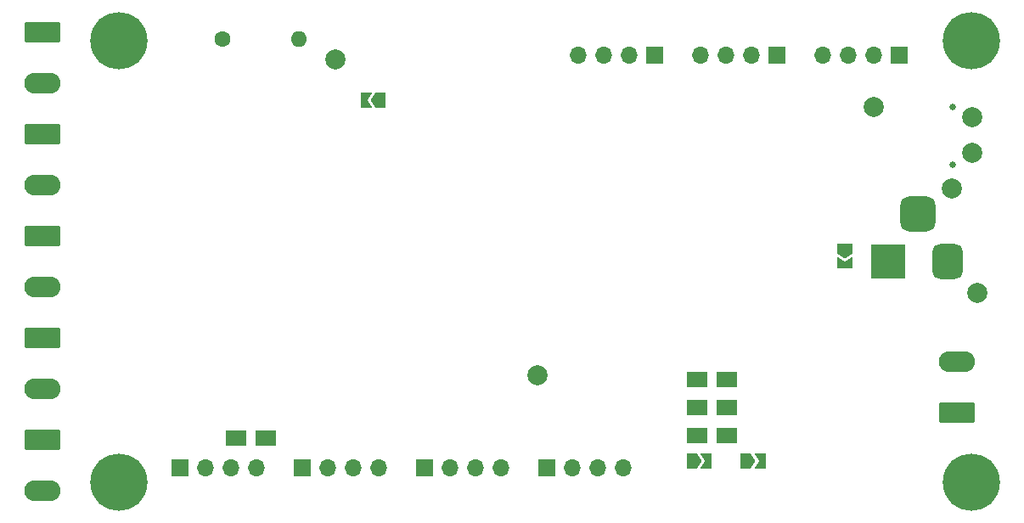
<source format=gbr>
%TF.GenerationSoftware,KiCad,Pcbnew,(5.99.0-9568-gb9d26a55f2)*%
%TF.CreationDate,2021-03-07T17:32:06+01:00*%
%TF.ProjectId,ESP-Hiro,4553502d-4869-4726-9f2e-6b696361645f,rev?*%
%TF.SameCoordinates,Original*%
%TF.FileFunction,Soldermask,Bot*%
%TF.FilePolarity,Negative*%
%FSLAX46Y46*%
G04 Gerber Fmt 4.6, Leading zero omitted, Abs format (unit mm)*
G04 Created by KiCad (PCBNEW (5.99.0-9568-gb9d26a55f2)) date 2021-03-07 17:32:06*
%MOMM*%
%LPD*%
G01*
G04 APERTURE LIST*
G04 Aperture macros list*
%AMRoundRect*
0 Rectangle with rounded corners*
0 $1 Rounding radius*
0 $2 $3 $4 $5 $6 $7 $8 $9 X,Y pos of 4 corners*
0 Add a 4 corners polygon primitive as box body*
4,1,4,$2,$3,$4,$5,$6,$7,$8,$9,$2,$3,0*
0 Add four circle primitives for the rounded corners*
1,1,$1+$1,$2,$3*
1,1,$1+$1,$4,$5*
1,1,$1+$1,$6,$7*
1,1,$1+$1,$8,$9*
0 Add four rect primitives between the rounded corners*
20,1,$1+$1,$2,$3,$4,$5,0*
20,1,$1+$1,$4,$5,$6,$7,0*
20,1,$1+$1,$6,$7,$8,$9,0*
20,1,$1+$1,$8,$9,$2,$3,0*%
%AMFreePoly0*
4,1,6,1.000000,0.000000,0.500000,-0.750000,-0.500000,-0.750000,-0.500000,0.750000,0.500000,0.750000,1.000000,0.000000,1.000000,0.000000,$1*%
%AMFreePoly1*
4,1,6,0.500000,-0.750000,-0.650000,-0.750000,-0.150000,0.000000,-0.650000,0.750000,0.500000,0.750000,0.500000,-0.750000,0.500000,-0.750000,$1*%
G04 Aperture macros list end*
%ADD10O,1.600000X1.600000*%
%ADD11C,1.600000*%
%ADD12O,1.700000X1.700000*%
%ADD13R,1.700000X1.700000*%
%ADD14O,3.600000X2.080000*%
%ADD15RoundRect,0.249999X-1.550001X0.790001X-1.550001X-0.790001X1.550001X-0.790001X1.550001X0.790001X0*%
%ADD16RoundRect,0.249999X1.550001X-0.790001X1.550001X0.790001X-1.550001X0.790001X-1.550001X-0.790001X0*%
%ADD17C,0.650000*%
%ADD18C,5.700000*%
%ADD19R,3.500000X3.500000*%
%ADD20RoundRect,0.750000X0.750000X1.000000X-0.750000X1.000000X-0.750000X-1.000000X0.750000X-1.000000X0*%
%ADD21RoundRect,0.875000X0.875000X0.875000X-0.875000X0.875000X-0.875000X-0.875000X0.875000X-0.875000X0*%
%ADD22FreePoly0,180.000000*%
%ADD23FreePoly1,180.000000*%
%ADD24FreePoly0,270.000000*%
%ADD25FreePoly1,270.000000*%
%ADD26R,1.500000X1.500000*%
%ADD27FreePoly0,0.000000*%
%ADD28C,2.000000*%
%ADD29FreePoly1,0.000000*%
G04 APERTURE END LIST*
D10*
%TO.C,LOGO1*%
X130008600Y-82796800D03*
D11*
X122388600Y-82796800D03*
%TD*%
D12*
%TO.C,J9*%
X169998000Y-84400000D03*
X172538000Y-84400000D03*
X175078000Y-84400000D03*
D13*
X177618000Y-84400000D03*
%TD*%
D12*
%TO.C,J13*%
X150124000Y-125563000D03*
X147584000Y-125563000D03*
X145044000Y-125563000D03*
D13*
X142504000Y-125563000D03*
%TD*%
D12*
%TO.C,J12*%
X137932000Y-125600000D03*
X135392000Y-125600000D03*
X132852000Y-125600000D03*
D13*
X130312000Y-125600000D03*
%TD*%
D12*
%TO.C,J11*%
X157806000Y-84400000D03*
X160346000Y-84400000D03*
X162886000Y-84400000D03*
D13*
X165426000Y-84400000D03*
%TD*%
D12*
%TO.C,J15*%
X125740000Y-125600000D03*
X123200000Y-125600000D03*
X120660000Y-125600000D03*
D13*
X118120000Y-125600000D03*
%TD*%
D12*
%TO.C,J14*%
X162310000Y-125563000D03*
X159770000Y-125563000D03*
X157230000Y-125563000D03*
D13*
X154690000Y-125563000D03*
%TD*%
D12*
%TO.C,J10*%
X182190000Y-84410000D03*
X184730000Y-84410000D03*
X187270000Y-84410000D03*
D13*
X189810000Y-84410000D03*
%TD*%
D14*
%TO.C,J5*%
X104410000Y-127850000D03*
D15*
X104410000Y-122770000D03*
%TD*%
D14*
%TO.C,J2*%
X104410000Y-97370000D03*
D15*
X104410000Y-92290000D03*
%TD*%
D14*
%TO.C,J1*%
X104410000Y-87210000D03*
D15*
X104410000Y-82130000D03*
%TD*%
D14*
%TO.C,J3*%
X104410000Y-107530000D03*
D15*
X104410000Y-102450000D03*
%TD*%
D14*
%TO.C,J4*%
X104410000Y-117690000D03*
D15*
X104410000Y-112610000D03*
%TD*%
D14*
%TO.C,J8*%
X195590000Y-114970000D03*
D16*
X195590000Y-120050000D03*
%TD*%
D17*
%TO.C,J6*%
X195150000Y-95390000D03*
X195150000Y-89610000D03*
%TD*%
D18*
%TO.C,H1*%
X112000000Y-83000000D03*
%TD*%
%TO.C,H4*%
X197000000Y-83000000D03*
%TD*%
%TO.C,H2*%
X112000000Y-127000000D03*
%TD*%
%TO.C,H3*%
X197000000Y-127000000D03*
%TD*%
D19*
%TO.C,J7*%
X188700000Y-105000000D03*
D20*
X194700000Y-105000000D03*
D21*
X191700000Y-100300000D03*
%TD*%
D22*
%TO.C,JP7*%
X138125000Y-88969000D03*
D23*
X136675000Y-88969000D03*
%TD*%
D24*
%TO.C,JP1*%
X184390000Y-103738000D03*
D25*
X184390000Y-105188000D03*
%TD*%
D26*
%TO.C,JP2*%
X124008000Y-122624000D03*
X126408000Y-122624000D03*
D22*
X127208000Y-122624000D03*
D27*
X123208000Y-122624000D03*
%TD*%
D28*
%TO.C,TP6*%
X197090000Y-90620000D03*
%TD*%
%TO.C,TP7*%
X153783000Y-116401000D03*
%TD*%
D26*
%TO.C,A0*%
X169982000Y-116782000D03*
X172382000Y-116782000D03*
D27*
X169182000Y-116782000D03*
D22*
X173182000Y-116782000D03*
%TD*%
D28*
%TO.C,TP3*%
X195058000Y-97732000D03*
%TD*%
%TO.C,TP5*%
X197090000Y-94176000D03*
%TD*%
D27*
%TO.C,JP6*%
X174558000Y-124910000D03*
D29*
X176008000Y-124910000D03*
%TD*%
D28*
%TO.C,TP4*%
X187311000Y-89604000D03*
%TD*%
D26*
%TO.C,A1*%
X172382000Y-119576000D03*
X169982000Y-119576000D03*
D27*
X169182000Y-119576000D03*
D22*
X173182000Y-119576000D03*
%TD*%
D27*
%TO.C,JP8*%
X169187000Y-124910000D03*
D29*
X170637000Y-124910000D03*
%TD*%
D28*
%TO.C,TP1*%
X197598000Y-108146000D03*
%TD*%
D26*
%TO.C,A2*%
X172382000Y-122367000D03*
X169982000Y-122367000D03*
D27*
X169182000Y-122367000D03*
D22*
X173182000Y-122367000D03*
%TD*%
D28*
%TO.C,TP2*%
X133590000Y-84905000D03*
%TD*%
M02*

</source>
